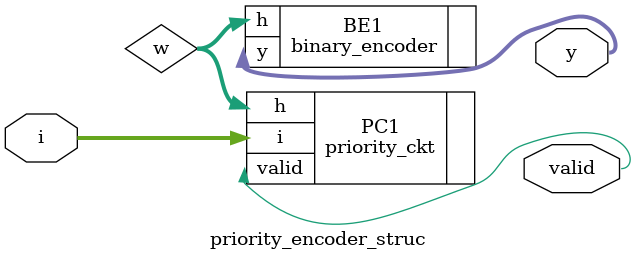
<source format=v>
module priority_encoder_struc(i,y,valid);
input [7:0]i;
output [2:0]y;
output valid;
wire[7:0] w;
priority_ckt  PC1(.i(i),.h(w),.valid(valid));
binary_encoder BE1(.h(w),.y(y));
endmodule
</source>
